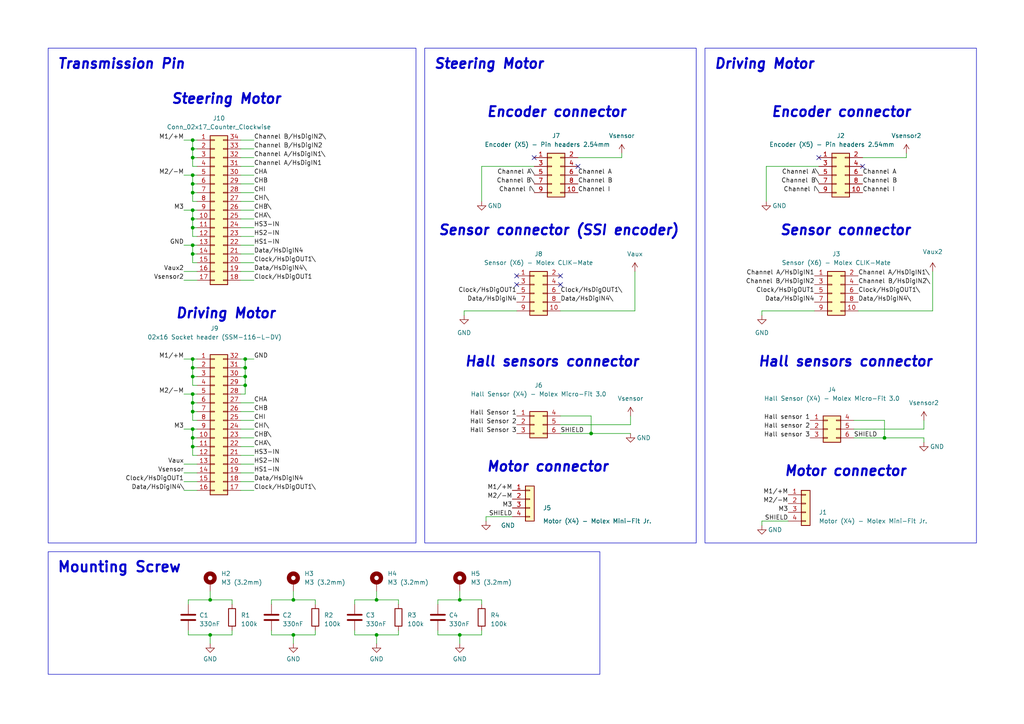
<source format=kicad_sch>
(kicad_sch (version 20230121) (generator eeschema)
  (paper "A4")
  (title_block (title "Upper Nav Board") (date "2023-11-09") (rev "1") (company "EPFL XPlore") (comment 2 "Author : Federico Bise"))
  (lib_symbols
    (symbol "0_power_symbols:Vaux" (power) (pin_names (offset 0))
      (property "Value" "Vaux" (at 0 3.556 0))
      (symbol "Vaux_0_1"
        (polyline (pts (xy -0.762 1.27) (xy 0 2.54)))
        (polyline (pts (xy 0 0) (xy 0 2.54)))
        (polyline (pts (xy 0 2.54) (xy 0.762 1.27)))
      )
      (symbol "Vaux_1_1"
        (pin power_in line (at 0 0 90) (length 0) hide (name "Vaux") (number "1"))
      )
    )
    (symbol "0_power_symbols:Vaux2" (power) (pin_names (offset 0))
      (property "Value" "Vaux2" (at 0 3.556 0))
      (symbol "Vaux2_0_1"
        (polyline (pts (xy -0.762 1.27) (xy 0 2.54)))
        (polyline (pts (xy 0 0) (xy 0 2.54)))
        (polyline (pts (xy 0 2.54) (xy 0.762 1.27)))
      )
      (symbol "Vaux2_1_1"
        (pin power_in line (at 0 0 90) (length 0) hide (name "Vaux2") (number "1"))
      )
    )
    (symbol "0_power_symbols:Vsensor" (power) (pin_names (offset 0))
      (property "Value" "Vsensor" (at 0 3.556 0))
      (symbol "Vsensor_0_1"
        (polyline (pts (xy -0.762 1.27) (xy 0 2.54)))
        (polyline (pts (xy 0 0) (xy 0 2.54)))
        (polyline (pts (xy 0 2.54) (xy 0.762 1.27)))
      )
      (symbol "Vsensor_1_1"
        (pin power_in line (at 0 0 90) (length 0) hide (name "Vsensor") (number "1"))
      )
    )
    (symbol "0_power_symbols:Vsensor2" (power) (pin_names (offset 0))
      (property "Value" "Vsensor2" (at 0 3.556 0))
      (symbol "Vsensor2_0_1"
        (polyline (pts (xy -0.762 1.27) (xy 0 2.54)))
        (polyline (pts (xy 0 0) (xy 0 2.54)))
        (polyline (pts (xy 0 2.54) (xy 0.762 1.27)))
      )
      (symbol "Vsensor2_1_1"
        (pin power_in line (at 0 0 90) (length 0) hide (name "Vsensor2") (number "1"))
      )
    )
    (symbol "Connector_Generic:Conn_01x04" (pin_names (offset 1.016) hide)
      (property "Reference" "J" (at 0 5.08 0))
      (property "Value" "Conn_01x04" (at 0 -7.62 0))
      (symbol "Conn_01x04_1_1"
        (rectangle (start -1.27 -4.953) (end 0 -5.207) (stroke (width 0.1524)))
        (rectangle (start -1.27 -2.413) (end 0 -2.667) (stroke (width 0.1524)))
        (rectangle (start -1.27 0.127) (end 0 -0.127) (stroke (width 0.1524)))
        (rectangle (start -1.27 2.667) (end 0 2.413) (stroke (width 0.1524)))
        (rectangle (start -1.27 3.81) (end 1.27 -6.35) (stroke (width 0.254)) (fill (type background)))
        (pin passive line (at -5.08 2.54 0) (length 3.81) (name "Pin_1") (number "1"))
        (pin passive line (at -5.08 0 0) (length 3.81) (name "Pin_2") (number "2"))
        (pin passive line (at -5.08 -2.54 0) (length 3.81) (name "Pin_3") (number "3"))
        (pin passive line (at -5.08 -5.08 0) (length 3.81) (name "Pin_4") (number "4"))
      )
    )
    (symbol "Connector_Generic:Conn_02x03_Top_Bottom" (pin_names (offset 1.016) hide)
      (property "Reference" "J" (at 1.27 5.08 0))
      (property "Value" "Conn_02x03_Top_Bottom" (at 1.27 -5.08 0))
      (symbol "Conn_02x03_Top_Bottom_1_1"
        (rectangle (start -1.27 -2.413) (end 0 -2.667) (stroke (width 0.1524)))
        (rectangle (start -1.27 0.127) (end 0 -0.127) (stroke (width 0.1524)))
        (rectangle (start -1.27 2.667) (end 0 2.413) (stroke (width 0.1524)))
        (rectangle (start -1.27 3.81) (end 3.81 -3.81) (stroke (width 0.254)) (fill (type background)))
        (rectangle (start 3.81 -2.413) (end 2.54 -2.667) (stroke (width 0.1524)))
        (rectangle (start 3.81 0.127) (end 2.54 -0.127) (stroke (width 0.1524)))
        (rectangle (start 3.81 2.667) (end 2.54 2.413) (stroke (width 0.1524)))
        (pin passive line (at -5.08 2.54 0) (length 3.81) (name "Pin_1") (number "1"))
        (pin passive line (at -5.08 0 0) (length 3.81) (name "Pin_2") (number "2"))
        (pin passive line (at -5.08 -2.54 0) (length 3.81) (name "Pin_3") (number "3"))
        (pin passive line (at 7.62 2.54 180) (length 3.81) (name "Pin_4") (number "4"))
        (pin passive line (at 7.62 0 180) (length 3.81) (name "Pin_5") (number "5"))
        (pin passive line (at 7.62 -2.54 180) (length 3.81) (name "Pin_6") (number "6"))
      )
    )
    (symbol "Connector_Generic:Conn_02x05_Odd_Even" (pin_names (offset 1.016) hide)
      (property "Reference" "J" (at 1.27 7.62 0))
      (property "Value" "Conn_02x05_Odd_Even" (at 1.27 -7.62 0))
      (symbol "Conn_02x05_Odd_Even_1_1"
        (rectangle (start -1.27 -4.953) (end 0 -5.207) (stroke (width 0.1524)))
        (rectangle (start -1.27 -2.413) (end 0 -2.667) (stroke (width 0.1524)))
        (rectangle (start -1.27 0.127) (end 0 -0.127) (stroke (width 0.1524)))
        (rectangle (start -1.27 2.667) (end 0 2.413) (stroke (width 0.1524)))
        (rectangle (start -1.27 5.207) (end 0 4.953) (stroke (width 0.1524)))
        (rectangle (start -1.27 6.35) (end 3.81 -6.35) (stroke (width 0.254)) (fill (type background)))
        (rectangle (start 3.81 -4.953) (end 2.54 -5.207) (stroke (width 0.1524)))
        (rectangle (start 3.81 -2.413) (end 2.54 -2.667) (stroke (width 0.1524)))
        (rectangle (start 3.81 0.127) (end 2.54 -0.127) (stroke (width 0.1524)))
        (rectangle (start 3.81 2.667) (end 2.54 2.413) (stroke (width 0.1524)))
        (rectangle (start 3.81 5.207) (end 2.54 4.953) (stroke (width 0.1524)))
        (pin passive line (at -5.08 5.08 0) (length 3.81) (name "Pin_1") (number "1"))
        (pin passive line (at 7.62 -5.08 180) (length 3.81) (name "Pin_10") (number "10"))
        (pin passive line (at 7.62 5.08 180) (length 3.81) (name "Pin_2") (number "2"))
        (pin passive line (at -5.08 2.54 0) (length 3.81) (name "Pin_3") (number "3"))
        (pin passive line (at 7.62 2.54 180) (length 3.81) (name "Pin_4") (number "4"))
        (pin passive line (at -5.08 0 0) (length 3.81) (name "Pin_5") (number "5"))
        (pin passive line (at 7.62 0 180) (length 3.81) (name "Pin_6") (number "6"))
        (pin passive line (at -5.08 -2.54 0) (length 3.81) (name "Pin_7") (number "7"))
        (pin passive line (at 7.62 -2.54 180) (length 3.81) (name "Pin_8") (number "8"))
        (pin passive line (at -5.08 -5.08 0) (length 3.81) (name "Pin_9") (number "9"))
      )
    )
    (symbol "Connector_Generic:Conn_02x16_Counter_Clockwise" (pin_names (offset 1.016) hide)
      (property "Reference" "J" (at 1.27 20.32 0))
      (property "Value" "Conn_02x16_Counter_Clockwise" (at 1.27 -22.86 0))
      (symbol "Conn_02x16_Counter_Clockwise_1_1"
        (rectangle (start -1.27 -20.193) (end 0 -20.447) (stroke (width 0.1524)))
        (rectangle (start -1.27 -17.653) (end 0 -17.907) (stroke (width 0.1524)))
        (rectangle (start -1.27 -15.113) (end 0 -15.367) (stroke (width 0.1524)))
        (rectangle (start -1.27 -12.573) (end 0 -12.827) (stroke (width 0.1524)))
        (rectangle (start -1.27 -10.033) (end 0 -10.287) (stroke (width 0.1524)))
        (rectangle (start -1.27 -7.493) (end 0 -7.747) (stroke (width 0.1524)))
        (rectangle (start -1.27 -4.953) (end 0 -5.207) (stroke (width 0.1524)))
        (rectangle (start -1.27 -2.413) (end 0 -2.667) (stroke (width 0.1524)))
        (rectangle (start -1.27 0.127) (end 0 -0.127) (stroke (width 0.1524)))
        (rectangle (start -1.27 2.667) (end 0 2.413) (stroke (width 0.1524)))
        (rectangle (start -1.27 5.207) (end 0 4.953) (stroke (width 0.1524)))
        (rectangle (start -1.27 7.747) (end 0 7.493) (stroke (width 0.1524)))
        (rectangle (start -1.27 10.287) (end 0 10.033) (stroke (width 0.1524)))
        (rectangle (start -1.27 12.827) (end 0 12.573) (stroke (width 0.1524)))
        (rectangle (start -1.27 15.367) (end 0 15.113) (stroke (width 0.1524)))
        (rectangle (start -1.27 17.907) (end 0 17.653) (stroke (width 0.1524)))
        (rectangle (start -1.27 19.05) (end 3.81 -21.59) (stroke (width 0.254)) (fill (type background)))
        (rectangle (start 3.81 -20.193) (end 2.54 -20.447) (stroke (width 0.1524)))
        (rectangle (start 3.81 -17.653) (end 2.54 -17.907) (stroke (width 0.1524)))
        (rectangle (start 3.81 -15.113) (end 2.54 -15.367) (stroke (width 0.1524)))
        (rectangle (start 3.81 -12.573) (end 2.54 -12.827) (stroke (width 0.1524)))
        (rectangle (start 3.81 -10.033) (end 2.54 -10.287) (stroke (width 0.1524)))
        (rectangle (start 3.81 -7.493) (end 2.54 -7.747) (stroke (width 0.1524)))
        (rectangle (start 3.81 -4.953) (end 2.54 -5.207) (stroke (width 0.1524)))
        (rectangle (start 3.81 -2.413) (end 2.54 -2.667) (stroke (width 0.1524)))
        (rectangle (start 3.81 0.127) (end 2.54 -0.127) (stroke (width 0.1524)))
        (rectangle (start 3.81 2.667) (end 2.54 2.413) (stroke (width 0.1524)))
        (rectangle (start 3.81 5.207) (end 2.54 4.953) (stroke (width 0.1524)))
        (rectangle (start 3.81 7.747) (end 2.54 7.493) (stroke (width 0.1524)))
        (rectangle (start 3.81 10.287) (end 2.54 10.033) (stroke (width 0.1524)))
        (rectangle (start 3.81 12.827) (end 2.54 12.573) (stroke (width 0.1524)))
        (rectangle (start 3.81 15.367) (end 2.54 15.113) (stroke (width 0.1524)))
        (rectangle (start 3.81 17.907) (end 2.54 17.653) (stroke (width 0.1524)))
        (pin passive line (at -5.08 17.78 0) (length 3.81) (name "Pin_1") (number "1"))
        (pin passive line (at -5.08 -5.08 0) (length 3.81) (name "Pin_10") (number "10"))
        (pin passive line (at -5.08 -7.62 0) (length 3.81) (name "Pin_11") (number "11"))
        (pin passive line (at -5.08 -10.16 0) (length 3.81) (name "Pin_12") (number "12"))
        (pin passive line (at -5.08 -12.7 0) (length 3.81) (name "Pin_13") (number "13"))
        (pin passive line (at -5.08 -15.24 0) (length 3.81) (name "Pin_14") (number "14"))
        (pin passive line (at -5.08 -17.78 0) (length 3.81) (name "Pin_15") (number "15"))
        (pin passive line (at -5.08 -20.32 0) (length 3.81) (name "Pin_16") (number "16"))
        (pin passive line (at 7.62 -20.32 180) (length 3.81) (name "Pin_17") (number "17"))
        (pin passive line (at 7.62 -17.78 180) (length 3.81) (name "Pin_18") (number "18"))
        (pin passive line (at 7.62 -15.24 180) (length 3.81) (name "Pin_19") (number "19"))
        (pin passive line (at -5.08 15.24 0) (length 3.81) (name "Pin_2") (number "2"))
        (pin passive line (at 7.62 -12.7 180) (length 3.81) (name "Pin_20") (number "20"))
        (pin passive line (at 7.62 -10.16 180) (length 3.81) (name "Pin_21") (number "21"))
        (pin passive line (at 7.62 -7.62 180) (length 3.81) (name "Pin_22") (number "22"))
        (pin passive line (at 7.62 -5.08 180) (length 3.81) (name "Pin_23") (number "23"))
        (pin passive line (at 7.62 -2.54 180) (length 3.81) (name "Pin_24") (number "24"))
        (pin passive line (at 7.62 0 180) (length 3.81) (name "Pin_25") (number "25"))
        (pin passive line (at 7.62 2.54 180) (length 3.81) (name "Pin_26") (number "26"))
        (pin passive line (at 7.62 5.08 180) (length 3.81) (name "Pin_27") (number "27"))
        (pin passive line (at 7.62 7.62 180) (length 3.81) (name "Pin_28") (number "28"))
        (pin passive line (at 7.62 10.16 180) (length 3.81) (name "Pin_29") (number "29"))
        (pin passive line (at -5.08 12.7 0) (length 3.81) (name "Pin_3") (number "3"))
        (pin passive line (at 7.62 12.7 180) (length 3.81) (name "Pin_30") (number "30"))
        (pin passive line (at 7.62 15.24 180) (length 3.81) (name "Pin_31") (number "31"))
        (pin passive line (at 7.62 17.78 180) (length 3.81) (name "Pin_32") (number "32"))
        (pin passive line (at -5.08 10.16 0) (length 3.81) (name "Pin_4") (number "4"))
        (pin passive line (at -5.08 7.62 0) (length 3.81) (name "Pin_5") (number "5"))
        (pin passive line (at -5.08 5.08 0) (length 3.81) (name "Pin_6") (number "6"))
        (pin passive line (at -5.08 2.54 0) (length 3.81) (name "Pin_7") (number "7"))
        (pin passive line (at -5.08 0 0) (length 3.81) (name "Pin_8") (number "8"))
        (pin passive line (at -5.08 -2.54 0) (length 3.81) (name "Pin_9") (number "9"))
      )
    )
    (symbol "Connector_Generic:Conn_02x17_Counter_Clockwise" (pin_names (offset 1.016) hide)
      (property "Reference" "J" (at 1.27 22.86 0))
      (property "Value" "Conn_02x17_Counter_Clockwise" (at 1.27 -22.86 0))
      (symbol "Conn_02x17_Counter_Clockwise_1_1"
        (rectangle (start -1.27 -20.193) (end 0 -20.447) (stroke (width 0.1524)))
        (rectangle (start -1.27 -17.653) (end 0 -17.907) (stroke (width 0.1524)))
        (rectangle (start -1.27 -15.113) (end 0 -15.367) (stroke (width 0.1524)))
        (rectangle (start -1.27 -12.573) (end 0 -12.827) (stroke (width 0.1524)))
        (rectangle (start -1.27 -10.033) (end 0 -10.287) (stroke (width 0.1524)))
        (rectangle (start -1.27 -7.493) (end 0 -7.747) (stroke (width 0.1524)))
        (rectangle (start -1.27 -4.953) (end 0 -5.207) (stroke (width 0.1524)))
        (rectangle (start -1.27 -2.413) (end 0 -2.667) (stroke (width 0.1524)))
        (rectangle (start -1.27 0.127) (end 0 -0.127) (stroke (width 0.1524)))
        (rectangle (start -1.27 2.667) (end 0 2.413) (stroke (width 0.1524)))
        (rectangle (start -1.27 5.207) (end 0 4.953) (stroke (width 0.1524)))
        (rectangle (start -1.27 7.747) (end 0 7.493) (stroke (width 0.1524)))
        (rectangle (start -1.27 10.287) (end 0 10.033) (stroke (width 0.1524)))
        (rectangle (start -1.27 12.827) (end 0 12.573) (stroke (width 0.1524)))
        (rectangle (start -1.27 15.367) (end 0 15.113) (stroke (width 0.1524)))
        (rectangle (start -1.27 17.907) (end 0 17.653) (stroke (width 0.1524)))
        (rectangle (start -1.27 20.447) (end 0 20.193) (stroke (width 0.1524)))
        (rectangle (start -1.27 21.59) (end 3.81 -21.59) (stroke (width 0.254)) (fill (type background)))
        (rectangle (start 3.81 -20.193) (end 2.54 -20.447) (stroke (width 0.1524)))
        (rectangle (start 3.81 -17.653) (end 2.54 -17.907) (stroke (width 0.1524)))
        (rectangle (start 3.81 -15.113) (end 2.54 -15.367) (stroke (width 0.1524)))
        (rectangle (start 3.81 -12.573) (end 2.54 -12.827) (stroke (width 0.1524)))
        (rectangle (start 3.81 -10.033) (end 2.54 -10.287) (stroke (width 0.1524)))
        (rectangle (start 3.81 -7.493) (end 2.54 -7.747) (stroke (width 0.1524)))
        (rectangle (start 3.81 -4.953) (end 2.54 -5.207) (stroke (width 0.1524)))
        (rectangle (start 3.81 -2.413) (end 2.54 -2.667) (stroke (width 0.1524)))
        (rectangle (start 3.81 0.127) (end 2.54 -0.127) (stroke (width 0.1524)))
        (rectangle (start 3.81 2.667) (end 2.54 2.413) (stroke (width 0.1524)))
        (rectangle (start 3.81 5.207) (end 2.54 4.953) (stroke (width 0.1524)))
        (rectangle (start 3.81 7.747) (end 2.54 7.493) (stroke (width 0.1524)))
        (rectangle (start 3.81 10.287) (end 2.54 10.033) (stroke (width 0.1524)))
        (rectangle (start 3.81 12.827) (end 2.54 12.573) (stroke (width 0.1524)))
        (rectangle (start 3.81 15.367) (end 2.54 15.113) (stroke (width 0.1524)))
        (rectangle (start 3.81 17.907) (end 2.54 17.653) (stroke (width 0.1524)))
        (rectangle (start 3.81 20.447) (end 2.54 20.193) (stroke (width 0.1524)))
        (pin passive line (at -5.08 20.32 0) (length 3.81) (name "Pin_1") (number "1"))
        (pin passive line (at -5.08 -2.54 0) (length 3.81) (name "Pin_10") (number "10"))
        (pin passive line (at -5.08 -5.08 0) (length 3.81) (name "Pin_11") (number "11"))
        (pin passive line (at -5.08 -7.62 0) (length 3.81) (name "Pin_12") (number "12"))
        (pin passive line (at -5.08 -10.16 0) (length 3.81) (name "Pin_13") (number "13"))
        (pin passive line (at -5.08 -12.7 0) (length 3.81) (name "Pin_14") (number "14"))
        (pin passive line (at -5.08 -15.24 0) (length 3.81) (name "Pin_15") (number "15"))
        (pin passive line (at -5.08 -17.78 0) (length 3.81) (name "Pin_16") (number "16"))
        (pin passive line (at -5.08 -20.32 0) (length 3.81) (name "Pin_17") (number "17"))
        (pin passive line (at 7.62 -20.32 180) (length 3.81) (name "Pin_18") (number "18"))
        (pin passive line (at 7.62 -17.78 180) (length 3.81) (name "Pin_19") (number "19"))
        (pin passive line (at -5.08 17.78 0) (length 3.81) (name "Pin_2") (number "2"))
        (pin passive line (at 7.62 -15.24 180) (length 3.81) (name "Pin_20") (number "20"))
        (pin passive line (at 7.62 -12.7 180) (length 3.81) (name "Pin_21") (number "21"))
        (pin passive line (at 7.62 -10.16 180) (length 3.81) (name "Pin_22") (number "22"))
        (pin passive line (at 7.62 -7.62 180) (length 3.81) (name "Pin_23") (number "23"))
        (pin passive line (at 7.62 -5.08 180) (length 3.81) (name "Pin_24") (number "24"))
        (pin passive line (at 7.62 -2.54 180) (length 3.81) (name "Pin_25") (number "25"))
        (pin passive line (at 7.62 0 180) (length 3.81) (name "Pin_26") (number "26"))
        (pin passive line (at 7.62 2.54 180) (length 3.81) (name "Pin_27") (number "27"))
        (pin passive line (at 7.62 5.08 180) (length 3.81) (name "Pin_28") (number "28"))
        (pin passive line (at 7.62 7.62 180) (length 3.81) (name "Pin_29") (number "29"))
        (pin passive line (at -5.08 15.24 0) (length 3.81) (name "Pin_3") (number "3"))
        (pin passive line (at 7.62 10.16 180) (length 3.81) (name "Pin_30") (number "30"))
        (pin passive line (at 7.62 12.7 180) (length 3.81) (name "Pin_31") (number "31"))
        (pin passive line (at 7.62 15.24 180) (length 3.81) (name "Pin_32") (number "32"))
        (pin passive line (at 7.62 17.78 180) (length 3.81) (name "Pin_33") (number "33"))
        (pin passive line (at 7.62 20.32 180) (length 3.81) (name "Pin_34") (number "34"))
        (pin passive line (at -5.08 12.7 0) (length 3.81) (name "Pin_4") (number "4"))
        (pin passive line (at -5.08 10.16 0) (length 3.81) (name "Pin_5") (number "5"))
        (pin passive line (at -5.08 7.62 0) (length 3.81) (name "Pin_6") (number "6"))
        (pin passive line (at -5.08 5.08 0) (length 3.81) (name "Pin_7") (number "7"))
        (pin passive line (at -5.08 2.54 0) (length 3.81) (name "Pin_8") (number "8"))
        (pin passive line (at -5.08 0 0) (length 3.81) (name "Pin_9") (number "9"))
      )
    )
    (symbol "Device:C" (pin_numbers hide) (pin_names (offset 0.254))
      (property "Reference" "C" (at 0.635 2.54 0))
      (property "Value" "C" (at 0.635 -2.54 0))
      (symbol "C_0_1"
        (polyline (pts (xy -2.032 -0.762) (xy 2.032 -0.762)) (stroke (width 0.508)))
        (polyline (pts (xy -2.032 0.762) (xy 2.032 0.762)) (stroke (width 0.508)))
      )
      (symbol "C_1_1"
        (pin passive line (at 0 3.81 270) (length 2.794) (name "~") (number "1"))
        (pin passive line (at 0 -3.81 90) (length 2.794) (name "~") (number "2"))
      )
    )
    (symbol "Device:R" (pin_numbers hide) (pin_names (offset 0))
      (property "Reference" "R" (at 2.032 0 90))
      (property "Value" "R" (at 0 0 90))
      (symbol "R_0_1"
        (rectangle (start -1.016 -2.54) (end 1.016 2.54) (stroke (width 0.254)))
      )
      (symbol "R_1_1"
        (pin passive line (at 0 3.81 270) (length 1.27) (name "~") (number "1"))
        (pin passive line (at 0 -3.81 90) (length 1.27) (name "~") (number "2"))
      )
    )
    (symbol "Mechanical:MountingHole_Pad" (pin_numbers hide) (pin_names (offset 1.016) hide)
      (property "Reference" "H" (at 0 6.35 0))
      (property "Value" "MountingHole_Pad" (at 0 4.445 0))
      (symbol "MountingHole_Pad_0_1"
        (circle (center 0 1.27) (radius 1.27) (stroke (width 1.27)))
      )
      (symbol "MountingHole_Pad_1_1"
        (pin input line (at 0 -2.54 90) (length 2.54) (name "1") (number "1"))
      )
    )
    (symbol "power:GND" (power) (pin_names (offset 0))
      (property "Value" "GND" (at 0 -3.81 0))
      (symbol "GND_0_1"
        (polyline (pts (xy 0 0) (xy 0 -1.27) (xy 1.27 -1.27) (xy 0 -2.54) (xy -1.27 -1.27) (xy 0 -1.27)))
      )
      (symbol "GND_1_1"
        (pin power_in line (at 0 0 270) (length 0) hide (name "GND") (number "1"))
      )
    )
  )
  (junction (at 55.88 116.84))
  (junction (at 55.88 109.22))
  (junction (at 55.88 66.04))
  (junction (at 55.88 55.88))
  (junction (at 55.88 119.38))
  (junction (at 71.12 111.76))
  (junction (at 55.88 129.54))
  (junction (at 71.12 104.14))
  (junction (at 109.22 184.15))
  (junction (at 55.88 106.68))
  (junction (at 55.88 45.72))
  (junction (at 256.54 127))
  (junction (at 55.88 43.18))
  (junction (at 55.88 60.96))
  (junction (at 55.88 71.12))
  (junction (at 133.35 184.15))
  (junction (at 71.12 109.22))
  (junction (at 85.09 184.15))
  (junction (at 55.88 50.8))
  (junction (at 85.09 173.99))
  (junction (at 71.12 106.68))
  (junction (at 60.96 173.99))
  (junction (at 171.45 125.73))
  (junction (at 109.22 173.99))
  (junction (at 60.96 184.15))
  (junction (at 55.88 40.64))
  (junction (at 133.35 173.99))
  (junction (at 55.88 104.14))
  (junction (at 55.88 73.66))
  (junction (at 55.88 124.46))
  (junction (at 55.88 114.3))
  (junction (at 55.88 127))
  (junction (at 55.88 63.5))
  (junction (at 55.88 53.34))
  (no_connect (at 250.19 48.26))
  (no_connect (at 162.56 80.01))
  (no_connect (at 149.86 82.55))
  (no_connect (at 162.56 82.55))
  (no_connect (at 154.94 45.72))
  (no_connect (at 237.49 45.72))
  (no_connect (at 167.64 48.26))
  (no_connect (at 149.86 80.01))
  (wire (pts (xy 78.74 173.99) (xy 78.74 175.26)))
  (wire (pts (xy 53.34 71.12) (xy 55.88 71.12)))
  (wire (pts (xy 55.88 111.76) (xy 57.15 111.76)))
  (wire (pts (xy 55.88 127) (xy 57.15 127)))
  (wire (pts (xy 54.61 173.99) (xy 54.61 175.26)))
  (wire (pts (xy 55.88 106.68) (xy 57.15 106.68)))
  (wire (pts (xy 53.34 114.3) (xy 55.88 114.3)))
  (wire (pts (xy 78.74 184.15) (xy 85.09 184.15)))
  (wire (pts (xy 67.31 173.99) (xy 67.31 175.26)))
  (wire (pts (xy 267.97 121.92) (xy 267.97 124.46)))
  (wire (pts (xy 71.12 111.76) (xy 69.85 111.76)))
  (wire (pts (xy 140.97 149.86) (xy 148.59 149.86)))
  (wire (pts (xy 69.85 58.42) (xy 73.66 58.42)))
  (wire (pts (xy 69.85 132.08) (xy 73.66 132.08)))
  (wire (pts (xy 102.87 184.15) (xy 109.22 184.15)))
  (wire (pts (xy 267.97 128.27) (xy 267.97 127)))
  (wire (pts (xy 220.98 151.13) (xy 228.6 151.13)))
  (wire (pts (xy 69.85 114.3) (xy 71.12 114.3)))
  (wire (pts (xy 53.34 124.46) (xy 55.88 124.46)))
  (wire (pts (xy 134.62 91.44) (xy 134.62 90.17)))
  (wire (pts (xy 57.15 78.74) (xy 53.34 78.74)))
  (wire (pts (xy 55.88 73.66) (xy 57.15 73.66)))
  (wire (pts (xy 55.88 63.5) (xy 57.15 63.5)))
  (wire (pts (xy 182.88 123.19) (xy 162.56 123.19)))
  (wire (pts (xy 256.54 127) (xy 247.65 127)))
  (wire (pts (xy 55.88 129.54) (xy 57.15 129.54)))
  (wire (pts (xy 69.85 76.2) (xy 73.66 76.2)))
  (wire (pts (xy 262.89 44.45) (xy 262.89 45.72)))
  (wire (pts (xy 270.51 78.74) (xy 270.51 90.17)))
  (wire (pts (xy 109.22 184.15) (xy 115.57 184.15)))
  (wire (pts (xy 55.88 48.26) (xy 57.15 48.26)))
  (wire (pts (xy 71.12 104.14) (xy 69.85 104.14)))
  (wire (pts (xy 54.61 184.15) (xy 60.96 184.15)))
  (wire (pts (xy 139.7 58.42) (xy 139.7 48.26)))
  (wire (pts (xy 57.15 142.24) (xy 53.34 142.24)))
  (wire (pts (xy 55.88 55.88) (xy 57.15 55.88)))
  (wire (pts (xy 55.88 104.14) (xy 57.15 104.14)))
  (wire (pts (xy 180.34 44.45) (xy 180.34 45.72)))
  (wire (pts (xy 140.97 151.13) (xy 140.97 149.86)))
  (wire (pts (xy 78.74 173.99) (xy 85.09 173.99)))
  (wire (pts (xy 69.85 134.62) (xy 73.66 134.62)))
  (wire (pts (xy 55.88 40.64) (xy 57.15 40.64)))
  (wire (pts (xy 256.54 127) (xy 256.54 121.92)))
  (wire (pts (xy 69.85 53.34) (xy 73.66 53.34)))
  (wire (pts (xy 55.88 73.66) (xy 55.88 76.2)))
  (wire (pts (xy 55.88 53.34) (xy 55.88 55.88)))
  (wire (pts (xy 69.85 139.7) (xy 73.66 139.7)))
  (wire (pts (xy 127 184.15) (xy 133.35 184.15)))
  (wire (pts (xy 133.35 184.15) (xy 133.35 186.69)))
  (wire (pts (xy 55.88 114.3) (xy 55.88 116.84)))
  (wire (pts (xy 55.88 106.68) (xy 55.88 109.22)))
  (wire (pts (xy 60.96 184.15) (xy 60.96 186.69)))
  (wire (pts (xy 69.85 60.96) (xy 73.66 60.96)))
  (wire (pts (xy 69.85 116.84) (xy 73.66 116.84)))
  (wire (pts (xy 91.44 184.15) (xy 91.44 182.88)))
  (wire (pts (xy 139.7 184.15) (xy 139.7 182.88)))
  (wire (pts (xy 53.34 50.8) (xy 55.88 50.8)))
  (wire (pts (xy 127 182.88) (xy 127 184.15)))
  (wire (pts (xy 78.74 182.88) (xy 78.74 184.15)))
  (wire (pts (xy 69.85 119.38) (xy 73.66 119.38)))
  (wire (pts (xy 55.88 129.54) (xy 55.88 132.08)))
  (wire (pts (xy 55.88 109.22) (xy 55.88 111.76)))
  (wire (pts (xy 109.22 173.99) (xy 115.57 173.99)))
  (wire (pts (xy 171.45 120.65) (xy 162.56 120.65)))
  (wire (pts (xy 55.88 40.64) (xy 55.88 43.18)))
  (wire (pts (xy 115.57 184.15) (xy 115.57 182.88)))
  (wire (pts (xy 55.88 109.22) (xy 57.15 109.22)))
  (wire (pts (xy 85.09 184.15) (xy 91.44 184.15)))
  (wire (pts (xy 69.85 81.28) (xy 73.66 81.28)))
  (wire (pts (xy 85.09 184.15) (xy 85.09 186.69)))
  (wire (pts (xy 55.88 50.8) (xy 57.15 50.8)))
  (wire (pts (xy 139.7 173.99) (xy 139.7 175.26)))
  (wire (pts (xy 60.96 184.15) (xy 67.31 184.15)))
  (wire (pts (xy 267.97 127) (xy 256.54 127)))
  (wire (pts (xy 69.85 68.58) (xy 73.66 68.58)))
  (wire (pts (xy 67.31 184.15) (xy 67.31 182.88)))
  (wire (pts (xy 171.45 125.73) (xy 171.45 120.65)))
  (wire (pts (xy 127 173.99) (xy 127 175.26)))
  (wire (pts (xy 69.85 127) (xy 73.66 127)))
  (wire (pts (xy 182.88 125.73) (xy 171.45 125.73)))
  (wire (pts (xy 57.15 134.62) (xy 53.34 134.62)))
  (wire (pts (xy 102.87 173.99) (xy 102.87 175.26)))
  (wire (pts (xy 69.85 142.24) (xy 73.66 142.24)))
  (wire (pts (xy 69.85 48.26) (xy 73.66 48.26)))
  (wire (pts (xy 184.15 90.17) (xy 162.56 90.17)))
  (wire (pts (xy 55.88 63.5) (xy 55.88 66.04)))
  (wire (pts (xy 55.88 119.38) (xy 57.15 119.38)))
  (wire (pts (xy 222.25 58.42) (xy 222.25 48.26)))
  (wire (pts (xy 60.96 171.45) (xy 60.96 173.99)))
  (wire (pts (xy 69.85 50.8) (xy 73.66 50.8)))
  (wire (pts (xy 91.44 173.99) (xy 91.44 175.26)))
  (wire (pts (xy 220.98 90.17) (xy 236.22 90.17)))
  (wire (pts (xy 55.88 127) (xy 55.88 129.54)))
  (wire (pts (xy 69.85 63.5) (xy 73.66 63.5)))
  (wire (pts (xy 55.88 124.46) (xy 55.88 127)))
  (wire (pts (xy 73.66 104.14) (xy 71.12 104.14)))
  (wire (pts (xy 55.88 60.96) (xy 57.15 60.96)))
  (wire (pts (xy 134.62 90.17) (xy 149.86 90.17)))
  (wire (pts (xy 115.57 173.99) (xy 115.57 175.26)))
  (wire (pts (xy 55.88 132.08) (xy 57.15 132.08)))
  (wire (pts (xy 69.85 71.12) (xy 73.66 71.12)))
  (wire (pts (xy 222.25 48.26) (xy 237.49 48.26)))
  (wire (pts (xy 267.97 124.46) (xy 247.65 124.46)))
  (wire (pts (xy 262.89 45.72) (xy 250.19 45.72)))
  (wire (pts (xy 71.12 106.68) (xy 71.12 109.22)))
  (wire (pts (xy 71.12 109.22) (xy 71.12 111.76)))
  (wire (pts (xy 55.88 43.18) (xy 55.88 45.72)))
  (wire (pts (xy 220.98 152.4) (xy 220.98 151.13)))
  (wire (pts (xy 57.15 139.7) (xy 53.34 139.7)))
  (wire (pts (xy 133.35 171.45) (xy 133.35 173.99)))
  (wire (pts (xy 73.66 43.18) (xy 69.85 43.18)))
  (wire (pts (xy 69.85 124.46) (xy 73.66 124.46)))
  (wire (pts (xy 73.66 40.64) (xy 69.85 40.64)))
  (wire (pts (xy 73.66 45.72) (xy 69.85 45.72)))
  (wire (pts (xy 182.88 120.65) (xy 182.88 123.19)))
  (wire (pts (xy 102.87 182.88) (xy 102.87 184.15)))
  (wire (pts (xy 55.88 104.14) (xy 55.88 106.68)))
  (wire (pts (xy 55.88 43.18) (xy 57.15 43.18)))
  (wire (pts (xy 171.45 125.73) (xy 162.56 125.73)))
  (wire (pts (xy 55.88 116.84) (xy 57.15 116.84)))
  (wire (pts (xy 55.88 68.58) (xy 57.15 68.58)))
  (wire (pts (xy 55.88 45.72) (xy 55.88 48.26)))
  (wire (pts (xy 53.34 40.64) (xy 55.88 40.64)))
  (wire (pts (xy 53.34 104.14) (xy 55.88 104.14)))
  (wire (pts (xy 127 173.99) (xy 133.35 173.99)))
  (wire (pts (xy 69.85 137.16) (xy 73.66 137.16)))
  (wire (pts (xy 184.15 78.74) (xy 184.15 90.17)))
  (wire (pts (xy 55.88 66.04) (xy 57.15 66.04)))
  (wire (pts (xy 55.88 121.92) (xy 57.15 121.92)))
  (wire (pts (xy 54.61 173.99) (xy 60.96 173.99)))
  (wire (pts (xy 55.88 53.34) (xy 57.15 53.34)))
  (wire (pts (xy 55.88 124.46) (xy 57.15 124.46)))
  (wire (pts (xy 53.34 60.96) (xy 55.88 60.96)))
  (wire (pts (xy 55.88 116.84) (xy 55.88 119.38)))
  (wire (pts (xy 55.88 45.72) (xy 57.15 45.72)))
  (wire (pts (xy 55.88 76.2) (xy 57.15 76.2)))
  (wire (pts (xy 220.98 91.44) (xy 220.98 90.17)))
  (wire (pts (xy 55.88 58.42) (xy 57.15 58.42)))
  (wire (pts (xy 55.88 60.96) (xy 55.88 63.5)))
  (wire (pts (xy 69.85 129.54) (xy 73.66 129.54)))
  (wire (pts (xy 133.35 173.99) (xy 139.7 173.99)))
  (wire (pts (xy 139.7 48.26) (xy 154.94 48.26)))
  (wire (pts (xy 55.88 71.12) (xy 55.88 73.66)))
  (wire (pts (xy 69.85 55.88) (xy 73.66 55.88)))
  (wire (pts (xy 102.87 173.99) (xy 109.22 173.99)))
  (wire (pts (xy 55.88 71.12) (xy 57.15 71.12)))
  (wire (pts (xy 69.85 121.92) (xy 73.66 121.92)))
  (wire (pts (xy 71.12 106.68) (xy 69.85 106.68)))
  (wire (pts (xy 60.96 173.99) (xy 67.31 173.99)))
  (wire (pts (xy 69.85 66.04) (xy 73.66 66.04)))
  (wire (pts (xy 71.12 109.22) (xy 69.85 109.22)))
  (wire (pts (xy 55.88 55.88) (xy 55.88 58.42)))
  (wire (pts (xy 256.54 121.92) (xy 247.65 121.92)))
  (wire (pts (xy 71.12 114.3) (xy 71.12 111.76)))
  (wire (pts (xy 85.09 173.99) (xy 91.44 173.99)))
  (wire (pts (xy 57.15 137.16) (xy 53.34 137.16)))
  (wire (pts (xy 69.85 78.74) (xy 73.66 78.74)))
  (wire (pts (xy 180.34 45.72) (xy 167.64 45.72)))
  (wire (pts (xy 109.22 184.15) (xy 109.22 186.69)))
  (wire (pts (xy 57.15 81.28) (xy 53.34 81.28)))
  (wire (pts (xy 55.88 66.04) (xy 55.88 68.58)))
  (wire (pts (xy 54.61 182.88) (xy 54.61 184.15)))
  (wire (pts (xy 85.09 171.45) (xy 85.09 173.99)))
  (wire (pts (xy 109.22 171.45) (xy 109.22 173.99)))
  (wire (pts (xy 55.88 114.3) (xy 57.15 114.3)))
  (wire (pts (xy 71.12 104.14) (xy 71.12 106.68)))
  (wire (pts (xy 69.85 73.66) (xy 73.66 73.66)))
  (wire (pts (xy 55.88 119.38) (xy 55.88 121.92)))
  (wire (pts (xy 133.35 184.15) (xy 139.7 184.15)))
  (wire (pts (xy 55.88 50.8) (xy 55.88 53.34)))
  (wire (pts (xy 270.51 90.17) (xy 248.92 90.17)))
  (rectangle (start 123.19 13.97) (end 201.93 157.48))
  (rectangle (start 13.97 13.97) (end 120.65 157.48))
  (rectangle (start 204.47 13.97) (end 283.21 157.48))
  (rectangle (start 13.97 160.02) (end 173.99 195.58))
  (text "Hall sensors connector" (at 134.62 106.68 0) (effects (font (size 2.85 2.85) (thickness 0.6) bold italic) (justify left bottom)))
  (text "Motor connector" (at 227.33 138.43 0) (effects (font (size 2.85 2.85) (thickness 0.6) bold italic) (justify left bottom)))
  (text "Hall sensors connector" (at 219.71 106.68 0) (effects (font (size 2.85 2.85) (thickness 0.6) bold italic) (justify left bottom)))
  (text "Sensor connector" (at 226.06 68.58 0) (effects (font (size 2.85 2.85) (thickness 0.6) bold italic) (justify left bottom)))
  (text "Motor connector" (at 140.97 137.16 0) (effects (font (size 2.85 2.85) (thickness 0.6) bold italic) (justify left bottom)))
  (text "Encoder connector" (at 223.52 34.29 0) (effects (font (size 2.85 2.85) (thickness 0.6) bold italic) (justify left bottom)))
  (text "Steering Motor\n" (at 125.73 20.32 0) (effects (font (size 2.85 2.85) (thickness 0.6) bold italic) (justify left bottom)))
  (text "Driving Motor\n" (at 207.01 20.32 0) (effects (font (size 2.85 2.85) (thickness 0.6) bold italic) (justify left bottom)))
  (text "Transmission Pin" (at 16.51 20.32 0) (effects (font (size 2.85 2.85) (thickness 0.6) bold italic) (justify left bottom)))
  (text "Mounting Screw\n" (at 16.51 166.37 0) (effects (font (size 3 3) (thickness 0.6) bold) (justify left bottom)))
  (text "Steering Motor\n" (at 49.53 30.48 0) (effects (font (size 2.85 2.85) (thickness 0.6) bold italic) (justify left bottom)))
  (text "Sensor connector (SSI encoder)" (at 127 68.58 0) (effects (font (size 2.85 2.85) (thickness 0.6) bold italic) (justify left bottom)))
  (text "Encoder connector" (at 140.97 34.29 0) (effects (font (size 2.85 2.85) (thickness 0.6) bold italic) (justify left bottom)))
  (text "Driving Motor\n" (at 50.8 92.71 0) (effects (font (size 2.85 2.85) (thickness 0.6) bold italic) (justify left bottom)))
  (label "HS1-IN" (at 73.66 137.16 0))
  (label "SHIELD" (at 148.59 149.86 180))
  (label "Channel A{slash}HsDigIN1\\" (at 248.92 80.01 0))
  (label "Channel I" (at 167.64 55.88 0))
  (label "Channel B" (at 167.64 53.34 0))
  (label "Vaux2" (at 53.34 78.74 180))
  (label "CHI\\" (at 73.66 58.42 0))
  (label "Hall Sensor 3" (at 149.86 125.73 180))
  (label "M3" (at 53.34 60.96 180))
  (label "Channel B\\" (at 237.49 53.34 180))
  (label "Hall sensor 2" (at 234.95 124.46 180))
  (label "M2{slash}-M" (at 53.34 50.8 180))
  (label "CHB" (at 73.66 53.34 0))
  (label "Channel A" (at 250.19 50.8 0))
  (label "M1{slash}+M" (at 148.59 142.24 180))
  (label "M3" (at 53.34 124.46 180))
  (label "Data{slash}HsDigIN4" (at 73.66 139.7 0))
  (label "Hall Sensor 1" (at 149.86 120.65 180))
  (label "Hall sensor 1" (at 234.95 121.92 180))
  (label "M2{slash}-M" (at 53.34 114.3 180))
  (label "CHB" (at 73.66 119.38 0))
  (label "CHI" (at 73.66 121.92 0))
  (label "Clock{slash}HsDigOUT1\\" (at 73.66 76.2 0))
  (label "Data{slash}HsDigIN4" (at 73.66 73.66 0))
  (label "CHB\\" (at 73.66 127 0))
  (label "Vsensor" (at 53.34 137.16 180))
  (label "Data{slash}HsDigIN4" (at 149.86 87.63 180))
  (label "HS3-IN" (at 73.66 66.04 0))
  (label "Data{slash}HsDigIN4\\" (at 162.56 87.63 0))
  (label "HS3-IN" (at 73.66 132.08 0))
  (label "Channel I\\" (at 154.94 55.88 180))
  (label "Channel B\\" (at 154.94 53.34 180))
  (label "Channel A\\" (at 154.94 50.8 180))
  (label "Clock{slash}HsDigOUT1" (at 236.22 85.09 180))
  (label "Clock{slash}HsDigOUT1" (at 53.34 139.7 180))
  (label "M3" (at 148.59 147.32 180))
  (label "GND" (at 53.34 71.12 180))
  (label "Vaux" (at 53.34 134.62 180))
  (label "Hall Sensor 2" (at 149.86 123.19 180))
  (label "Clock{slash}HsDigOUT1\\" (at 73.66 142.24 0))
  (label "Data{slash}HsDigIN4\\" (at 248.92 87.63 0))
  (label "Data{slash}HsDigIN4\\" (at 53.34 142.24 180))
  (label "Channel B" (at 250.19 53.34 0))
  (label "Channel B{slash}HsDigIN2" (at 236.22 82.55 180))
  (label "Channel B{slash}HsDigIN2" (at 73.66 43.18 0))
  (label "HS2-IN" (at 73.66 68.58 0))
  (label "CHA\\" (at 73.66 63.5 0))
  (label "CHI" (at 73.66 55.88 0))
  (label "Data{slash}HsDigIN4" (at 236.22 87.63 180))
  (label "Channel A{slash}HsDigIN1" (at 236.22 80.01 180))
  (label "M2{slash}-M" (at 148.59 144.78 180))
  (label "SHIELD" (at 247.65 127 0))
  (label "Channel B{slash}HsDigIN2\\" (at 248.92 82.55 0))
  (label "CHI\\" (at 73.66 124.46 0))
  (label "Clock{slash}HsDigOUT1\\" (at 248.92 85.09 0))
  (label "Clock{slash}HsDigOUT1" (at 149.86 85.09 180))
  (label "Channel I\\" (at 237.49 55.88 180))
  (label "CHA" (at 73.66 116.84 0))
  (label "M2{slash}-M" (at 228.6 146.05 180))
  (label "SHIELD" (at 228.6 151.13 180))
  (label "Channel A{slash}HsDigIN1" (at 73.66 48.26 0))
  (label "Hall sensor 3" (at 234.95 127 180))
  (label "HS2-IN" (at 73.66 134.62 0))
  (label "M1{slash}+M" (at 228.6 143.51 180))
  (label "Vsensor2" (at 53.34 81.28 180))
  (label "Channel B{slash}HsDigIN2\\" (at 73.66 40.64 0))
  (label "CHB\\" (at 73.66 60.96 0))
  (label "Data{slash}HsDigIN4\\" (at 73.66 78.74 0))
  (label "M3" (at 228.6 148.59 180))
  (label "Channel A{slash}HsDigIN1\\" (at 73.66 45.72 0))
  (label "M1{slash}+M" (at 53.34 40.64 180))
  (label "SHIELD" (at 162.56 125.73 0))
  (label "Clock{slash}HsDigOUT1" (at 73.66 81.28 0))
  (label "CHA\\" (at 73.66 129.54 0))
  (label "Channel I" (at 250.19 55.88 0))
  (label "Channel A\\" (at 237.49 50.8 180))
  (label "Channel A" (at 167.64 50.8 0))
  (label "M1{slash}+M" (at 53.34 104.14 180))
  (label "HS1-IN" (at 73.66 71.12 0))
  (label "Clock{slash}HsDigOUT1\\" (at 162.56 85.09 0))
  (label "CHA" (at 73.66 50.8 0))
  (label "GND" (at 73.66 104.14 0))
  (symbol (lib_id "Connector_Generic:Conn_02x05_Odd_Even") (at 154.94 85.09 0) (unit 1)
    (property "Reference" "J8" (at 156.21 73.66 0))
    (property "Value" "Sensor (X6) - Molex CLIK-Mate" (at 156.21 76.2 0))
    (property "Footprint" "0_connectors:MOLEX_5031541090" (effects hide))
    (property "Datasheet" "https://www.mouser.ch/datasheet/2/276/4/5031541090_PCB_RECEPTACLES-2885448.pdf" (effects hide))
    (property "Distributor" "Mouser" (effects hide))
    (property "Distributor ref" "538-503154-1090" (effects hide))
    (property "Manufacturer ref" "503154-1090" (effects hide))
  )
  (symbol (lib_id "power:GND") (at 267.97 128.27 0) (unit 1)
    (property "Reference" "#PWR06" (effects hide))
    (property "Value" "GND" (at 271.78 129.54 0))
  )
  (symbol (lib_id "Device:C") (at 78.74 179.07 0) (unit 1)
    (property "Reference" "C2" (at 81.915 178.435 0) (effects (justify left)))
    (property "Value" "330nF" (at 81.915 180.975 0) (effects (justify left)))
    (property "Footprint" "Capacitor_SMD:C_0603_1608Metric" (effects hide))
    (property "Datasheet" "https://product.tdk.com/system/files/dam/doc/product/capacitor/ceramic/mlcc/catalog/mlcc_commercial_general_en.pdf?ref_disty=mouser" (effects hide))
    (property "Distributor" "Mouser" (effects hide))
    (property "Distributor ref" "810-C1608X7R1H334K" (effects hide))
    (property "Manufacturer ref" "C1608X7R1H334K080AC" (effects hide))
  )
  (symbol (lib_id "0_power_symbols:Vsensor") (at 182.88 120.65 0) (unit 1)
    (property "Reference" "#PWR011" (effects hide))
    (property "Value" "Vsensor" (at 182.88 115.57 0))
  )
  (symbol (lib_id "power:GND") (at 85.09 186.69 0) (unit 1)
    (property "Reference" "#PWR016" (effects hide))
    (property "Value" "GND" (at 85.09 191.135 0))
  )
  (symbol (lib_id "power:GND") (at 139.7 58.42 0) (unit 1)
    (property "Reference" "#PWR08" (effects hide))
    (property "Value" "GND" (at 143.51 59.69 0))
  )
  (symbol (lib_id "Mechanical:MountingHole_Pad") (at 109.22 168.91 0) (unit 1) (in_bom no)
    (property "Reference" "H4" (at 112.395 166.3699 0) (effects (justify left)))
    (property "Value" "M3 (3.2mm)" (at 112.395 168.9099 0) (effects (justify left)))
    (property "Footprint" "MountingHole:MountingHole_3.2mm_M3_Pad_Via" (effects hide))
  )
  (symbol (lib_id "power:GND") (at 133.35 186.69 0) (unit 1)
    (property "Reference" "#PWR018" (effects hide))
    (property "Value" "GND" (at 133.35 191.135 0))
  )
  (symbol (lib_id "power:GND") (at 222.25 58.42 0) (unit 1)
    (property "Reference" "#PWR01" (effects hide))
    (property "Value" "GND" (at 226.06 59.69 0))
  )
  (symbol (lib_id "Mechanical:MountingHole_Pad") (at 133.35 168.91 0) (unit 1) (in_bom no)
    (property "Reference" "H5" (at 136.525 166.3699 0) (effects (justify left)))
    (property "Value" "M3 (3.2mm)" (at 136.525 168.9099 0) (effects (justify left)))
    (property "Footprint" "MountingHole:MountingHole_3.2mm_M3_Pad_Via" (effects hide))
  )
  (symbol (lib_id "power:GND") (at 182.88 125.73 0) (unit 1)
    (property "Reference" "#PWR012" (effects hide))
    (property "Value" "GND" (at 186.69 127 0))
  )
  (symbol (lib_id "0_power_symbols:Vsensor") (at 180.34 44.45 0) (unit 1)
    (property "Reference" "#PWR010" (effects hide))
    (property "Value" "Vsensor" (at 180.34 39.37 0))
  )
  (symbol (lib_id "Connector_Generic:Conn_02x05_Odd_Even") (at 242.57 50.8 0) (unit 1)
    (property "Reference" "J2" (at 243.84 39.37 0))
    (property "Value" "Encoder (X5) - Pin headers 2.54mm" (at 241.3 41.91 0))
    (property "Footprint" "0_connectors:SAMTEC-HTST-105-01-X-DV" (effects hide))
    (property "Datasheet" "https://www.mouser.ch/datasheet/2/527/htss-2854457.pdf" (effects hide))
    (property "Distributor" "Mouser" (effects hide))
    (property "Distributor ref" "200-HTSS10501TDV" (effects hide))
    (property "Manufacturer ref" "HTSS-105-01-T-DVHTSS-105-01-T-DV" (effects hide))
  )
  (symbol (lib_id "power:GND") (at 109.22 186.69 0) (unit 1)
    (property "Reference" "#PWR017" (effects hide))
    (property "Value" "GND" (at 109.22 191.135 0))
  )
  (symbol (lib_id "power:GND") (at 60.96 186.69 0) (unit 1)
    (property "Reference" "#PWR015" (effects hide))
    (property "Value" "GND" (at 60.96 191.135 0))
  )
  (symbol (lib_id "Device:R") (at 115.57 179.07 0) (unit 1)
    (property "Reference" "R3" (at 118.11 178.435 0) (effects (justify left)))
    (property "Value" "100k" (at 118.11 180.975 0) (effects (justify left)))
    (property "Footprint" "Resistor_SMD:R_0603_1608Metric" (effects hide))
    (property "Datasheet" "https://www.mouser.ch/datasheet/2/427/crcwhpe3-1713858.pdf" (effects hide))
    (property "Distributor" "Mouser" (effects hide))
    (property "Distributor ref" "71-CRCW0603100KFKEAH" (effects hide))
    (property "Manufacturer ref" "CRCW0603100KFKEAHP" (effects hide))
  )
  (symbol (lib_id "power:GND") (at 220.98 152.4 0) (unit 1)
    (property "Reference" "#PWR02" (effects hide))
    (property "Value" "GND" (at 224.79 153.67 0))
  )
  (symbol (lib_id "Connector_Generic:Conn_02x16_Counter_Clockwise") (at 62.23 121.92 0) (unit 1)
    (property "Reference" "J9" (at 62.23 95.25 0))
    (property "Value" "02x16 Socket header (SSM-116-L-DV)" (at 62.23 97.7869 0))
    (property "Footprint" "0_connectors:SSM-116-L-DV" (effects hide))
    (property "Datasheet" "https://www.mouser.ch/datasheet/2/527/ssm_sm-2853675.pdf" (effects hide))
    (property "Distributor" "Mouser" (effects hide))
    (property "Distributor ref" "200-SSM116LDV" (effects hide))
    (property "Manufacturer ref" "SSM-116-L-DV" (effects hide))
  )
  (symbol (lib_id "0_power_symbols:Vsensor2") (at 262.89 44.45 0) (unit 1)
    (property "Reference" "#PWR03" (effects hide))
    (property "Value" "Vsensor2" (at 262.89 39.37 0))
  )
  (symbol (lib_id "Device:R") (at 67.31 179.07 0) (unit 1)
    (property "Reference" "R1" (at 69.85 178.435 0) (effects (justify left)))
    (property "Value" "100k" (at 69.85 180.975 0) (effects (justify left)))
    (property "Footprint" "Resistor_SMD:R_0603_1608Metric" (effects hide))
    (property "Datasheet" "https://www.mouser.ch/datasheet/2/427/crcwhpe3-1713858.pdf" (effects hide))
    (property "Distributor" "Mouser" (effects hide))
    (property "Distributor ref" "71-CRCW0603100KFKEAH" (effects hide))
    (property "Manufacturer ref" "CRCW0603100KFKEAHP" (effects hide))
  )
  (symbol (lib_id "0_power_symbols:Vaux") (at 184.15 78.74 0) (unit 1)
    (property "Reference" "#PWR014" (effects hide))
    (property "Value" "Vaux" (at 184.15 73.66 0))
  )
  (symbol (lib_id "power:GND") (at 134.62 91.44 0) (unit 1)
    (property "Reference" "#PWR013" (effects hide))
    (property "Value" "GND" (at 134.62 96.52 0))
  )
  (symbol (lib_id "Connector_Generic:Conn_01x04") (at 233.68 146.05 0) (unit 1)
    (property "Reference" "J1" (at 237.49 148.59 0) (effects (justify left)))
    (property "Value" "Motor (X4) - Molex Mini-Fit Jr." (at 237.49 151.13 0) (effects (justify left)))
    (property "Footprint" "0_connectors:Molex_Mini-Fit_Jr_5566-04A_2x02_P4.20mm_Vertical" (effects hide))
    (property "Datasheet" "https://www.molex.com/pdm_docs/sd/039281023_sd.pdf" (effects hide))
    (property "Distributor" "Mouser" (effects hide))
    (property "Distributor ref" "538-39-28-1043" (effects hide))
    (property "Manufacturer ref" "39-28-1043" (effects hide))
  )
  (symbol (lib_id "Connector_Generic:Conn_02x03_Top_Bottom") (at 154.94 123.19 0) (unit 1)
    (property "Reference" "J6" (at 156.21 111.76 0))
    (property "Value" "Hall Sensor (X4) - Molex Micro-Fit 3.0" (at 156.21 114.3 0))
    (property "Footprint" "0_connectors:MOLEX_43045-0624" (effects hide))
    (property "Datasheet" "https://www.mouser.ch/datasheet/2/276/3/0430450624_PCB_HEADERS-2832714.pdf" (effects hide))
    (property "Distributor" "Mouser" (effects hide))
    (property "Distributor ref" "538-43045-0624" (effects hide))
    (property "Manufacturer ref" "43045-0624" (effects hide))
  )
  (symbol (lib_id "Mechanical:MountingHole_Pad") (at 60.96 168.91 0) (unit 1) (in_bom no)
    (property "Reference" "H2" (at 64.135 166.3699 0) (effects (justify left)))
    (property "Value" "M3 (3.2mm)" (at 64.135 168.9099 0) (effects (justify left)))
    (property "Footprint" "MountingHole:MountingHole_3.2mm_M3_Pad_Via" (effects hide))
  )
  (symbol (lib_id "Connector_Generic:Conn_02x03_Top_Bottom") (at 240.03 124.46 0) (unit 1)
    (property "Reference" "J4" (at 241.3 113.03 0))
    (property "Value" "Hall Sensor (X4) - Molex Micro-Fit 3.0" (at 241.3 115.57 0))
    (property "Footprint" "0_connectors:MOLEX_43045-0624" (effects hide))
    (property "Datasheet" "https://www.mouser.ch/datasheet/2/276/3/0430450624_PCB_HEADERS-2832714.pdf" (effects hide))
    (property "Distributor" "Mouser" (effects hide))
    (property "Distributor ref" "538-43045-0624" (effects hide))
    (property "Manufacturer ref" "43045-0624" (effects hide))
  )
  (symbol (lib_id "Device:C") (at 54.61 179.07 0) (unit 1)
    (property "Reference" "C1" (at 57.785 178.435 0) (effects (justify left)))
    (property "Value" "330nF" (at 57.785 180.975 0) (effects (justify left)))
    (property "Footprint" "Capacitor_SMD:C_0603_1608Metric" (effects hide))
    (property "Datasheet" "https://product.tdk.com/system/files/dam/doc/product/capacitor/ceramic/mlcc/catalog/mlcc_commercial_general_en.pdf?ref_disty=mouser" (effects hide))
    (property "Distributor" "Mouser" (effects hide))
    (property "Distributor ref" "810-C1608X7R1H334K" (effects hide))
    (property "Manufacturer ref" "C1608X7R1H334K080AC" (effects hide))
  )
  (symbol (lib_id "Connector_Generic:Conn_01x04") (at 153.67 144.78 0) (unit 1)
    (property "Reference" "J5" (at 157.48 147.32 0) (effects (justify left)))
    (property "Value" "Motor (X4) - Molex Mini-Fit Jr." (at 157.48 151.13 0) (effects (justify left)))
    (property "Footprint" "0_connectors:Molex_Mini-Fit_Jr_5566-04A_2x02_P4.20mm_Vertical" (effects hide))
    (property "Datasheet" "https://www.molex.com/pdm_docs/sd/039281023_sd.pdf" (effects hide))
    (property "Distributor" "Mouser" (effects hide))
    (property "Distributor ref" "538-39-28-1043" (effects hide))
    (property "Manufacturer ref" "39-28-1043" (effects hide))
  )
  (symbol (lib_id "Device:R") (at 139.7 179.07 0) (unit 1)
    (property "Reference" "R4" (at 142.24 178.435 0) (effects (justify left)))
    (property "Value" "100k" (at 142.24 180.975 0) (effects (justify left)))
    (property "Footprint" "Resistor_SMD:R_0603_1608Metric" (effects hide))
    (property "Datasheet" "https://www.mouser.ch/datasheet/2/427/crcwhpe3-1713858.pdf" (effects hide))
    (property "Distributor" "Mouser" (effects hide))
    (property "Distributor ref" "71-CRCW0603100KFKEAH" (effects hide))
    (property "Manufacturer ref" "CRCW0603100KFKEAHP" (effects hide))
  )
  (symbol (lib_id "Connector_Generic:Conn_02x17_Counter_Clockwise") (at 62.23 60.96 0) (unit 1)
    (property "Reference" "J10" (at 63.5 34.29 0))
    (property "Value" "Conn_02x17_Counter_Clockwise" (at 63.5 36.83 0))
  )
  (symbol (lib_id "Device:C") (at 102.87 179.07 0) (unit 1)
    (property "Reference" "C3" (at 106.045 178.435 0) (effects (justify left)))
    (property "Value" "330nF" (at 106.045 180.975 0) (effects (justify left)))
    (property "Footprint" "Capacitor_SMD:C_0603_1608Metric" (effects hide))
    (property "Datasheet" "https://product.tdk.com/system/files/dam/doc/product/capacitor/ceramic/mlcc/catalog/mlcc_commercial_general_en.pdf?ref_disty=mouser" (effects hide))
    (property "Distributor" "Mouser" (effects hide))
    (property "Distributor ref" "810-C1608X7R1H334K" (effects hide))
    (property "Manufacturer ref" "C1608X7R1H334K080AC" (effects hide))
  )
  (symbol (lib_id "Device:R") (at 91.44 179.07 0) (unit 1)
    (property "Reference" "R2" (at 93.98 178.435 0) (effects (justify left)))
    (property "Value" "100k" (at 93.98 180.975 0) (effects (justify left)))
    (property "Footprint" "Resistor_SMD:R_0603_1608Metric" (effects hide))
    (property "Datasheet" "https://www.mouser.ch/datasheet/2/427/crcwhpe3-1713858.pdf" (effects hide))
    (property "Distributor" "Mouser" (effects hide))
    (property "Distributor ref" "71-CRCW0603100KFKEAH" (effects hide))
    (property "Manufacturer ref" "CRCW0603100KFKEAHP" (effects hide))
  )
  (symbol (lib_id "0_power_symbols:Vaux2") (at 270.51 78.74 0) (unit 1)
    (property "Reference" "#PWR05" (effects hide))
    (property "Value" "Vaux2" (at 270.51 73.025 0))
  )
  (symbol (lib_id "power:GND") (at 220.98 91.44 0) (unit 1)
    (property "Reference" "#PWR04" (effects hide))
    (property "Value" "GND" (at 220.98 96.52 0))
  )
  (symbol (lib_id "0_power_symbols:Vsensor2") (at 267.97 121.92 0) (unit 1)
    (property "Reference" "#PWR07" (effects hide))
    (property "Value" "Vsensor2" (at 267.97 116.84 0))
  )
  (symbol (lib_id "Device:C") (at 127 179.07 0) (unit 1)
    (property "Reference" "C4" (at 130.175 178.435 0) (effects (justify left)))
    (property "Value" "330nF" (at 130.175 180.975 0) (effects (justify left)))
    (property "Footprint" "Capacitor_SMD:C_0603_1608Metric" (effects hide))
    (property "Datasheet" "https://product.tdk.com/system/files/dam/doc/product/capacitor/ceramic/mlcc/catalog/mlcc_commercial_general_en.pdf?ref_disty=mouser" (effects hide))
    (property "Distributor" "Mouser" (effects hide))
    (property "Distributor ref" "810-C1608X7R1H334K" (effects hide))
    (property "Manufacturer ref" "C1608X7R1H334K080AC" (effects hide))
  )
  (symbol (lib_id "Connector_Generic:Conn_02x05_Odd_Even") (at 160.02 50.8 0) (unit 1)
    (property "Reference" "J7" (at 161.29 39.37 0))
    (property "Value" "Encoder (X5) - Pin headers 2.54mm" (at 158.75 41.91 0))
    (property "Footprint" "0_connectors:SAMTEC-HTST-105-01-X-DV" (effects hide))
    (property "Datasheet" "https://www.mouser.ch/datasheet/2/527/htss-2854457.pdf" (effects hide))
    (property "Distributor" "Mouser" (effects hide))
    (property "Distributor ref" "200-HTSS10501TDV" (effects hide))
    (property "Manufacturer ref" "HTSS-105-01-T-DVHTSS-105-01-T-DV" (effects hide))
  )
  (symbol (lib_id "Connector_Generic:Conn_02x05_Odd_Even") (at 241.3 85.09 0) (unit 1)
    (property "Reference" "J3" (at 242.57 73.66 0))
    (property "Value" "Sensor (X6) - Molex CLIK-Mate" (at 242.57 76.2 0))
    (property "Footprint" "0_connectors:MOLEX_5031541090" (effects hide))
    (property "Datasheet" "https://www.mouser.ch/datasheet/2/276/4/5031541090_PCB_RECEPTACLES-2885448.pdf" (effects hide))
    (property "Distributor" "Mouser" (effects hide))
    (property "Distributor ref" "538-503154-1090" (effects hide))
    (property "Manufacturer ref" "503154-1090" (effects hide))
  )
  (symbol (lib_id "power:GND") (at 140.97 151.13 0) (unit 1)
    (property "Reference" "#PWR09" (effects hide))
    (property "Value" "GND" (at 147.32 152.4 0))
  )
  (symbol (lib_id "Mechanical:MountingHole_Pad") (at 85.09 168.91 0) (unit 1) (in_bom no)
    (property "Reference" "H3" (at 88.265 166.3699 0) (effects (justify left)))
    (property "Value" "M3 (3.2mm)" (at 88.265 168.9099 0) (effects (justify left)))
    (property "Footprint" "MountingHole:MountingHole_3.2mm_M3_Pad_Via" (effects hide))
  )
)
</source>
